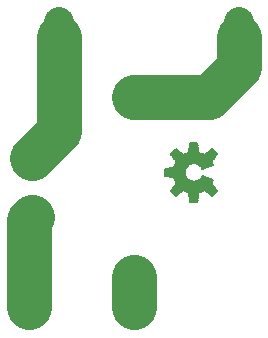
<source format=gbl>
G75*
%MOIN*%
%OFA0B0*%
%FSLAX24Y24*%
%IPPOS*%
%LPD*%
%AMOC8*
5,1,8,0,0,1.08239X$1,22.5*
%
%ADD10C,0.0700*%
%ADD11C,0.0740*%
%ADD12C,0.0059*%
%ADD13C,0.1000*%
%ADD14C,0.1500*%
D10*
X001356Y004566D02*
X002056Y004566D01*
X002056Y006534D02*
X001356Y006534D01*
D11*
X001600Y001550D03*
X005100Y001550D03*
X005100Y002550D03*
X005100Y008550D03*
D12*
X006494Y006826D02*
X006324Y006656D01*
X006526Y006409D01*
X006475Y006309D01*
X006441Y006202D01*
X006123Y006170D01*
X006123Y005930D01*
X006441Y005898D01*
X006475Y005791D01*
X006526Y005691D01*
X006324Y005444D01*
X006494Y005274D01*
X006741Y005476D01*
X006841Y005425D01*
X006948Y005391D01*
X006980Y005073D01*
X007220Y005073D01*
X007252Y005391D01*
X007359Y005425D01*
X007459Y005476D01*
X007706Y005274D01*
X007876Y005444D01*
X007674Y005691D01*
X007725Y005791D01*
X007384Y005932D01*
X007385Y005932D01*
X007384Y005932D02*
X007356Y005879D01*
X007318Y005832D01*
X007271Y005794D01*
X007218Y005766D01*
X007160Y005748D01*
X007100Y005742D01*
X007037Y005749D01*
X006977Y005768D01*
X006922Y005799D01*
X006875Y005841D01*
X006837Y005891D01*
X006810Y005948D01*
X006795Y006010D01*
X006793Y006073D01*
X006804Y006135D01*
X006828Y006194D01*
X006863Y006246D01*
X006908Y006290D01*
X006961Y006325D01*
X007020Y006347D01*
X007083Y006357D01*
X007146Y006354D01*
X007207Y006338D01*
X007264Y006310D01*
X007313Y006272D01*
X007354Y006223D01*
X007384Y006168D01*
X007725Y006309D01*
X007674Y006409D01*
X007876Y006656D01*
X007706Y006826D01*
X007459Y006624D01*
X007359Y006675D01*
X007252Y006709D01*
X007220Y007027D01*
X006980Y007027D01*
X006948Y006709D01*
X006841Y006675D01*
X006741Y006624D01*
X006494Y006826D01*
X006464Y006795D02*
X006531Y006795D01*
X006602Y006738D02*
X006406Y006738D01*
X006349Y006680D02*
X006672Y006680D01*
X006492Y006450D02*
X007708Y006450D01*
X007682Y006392D02*
X006518Y006392D01*
X006488Y006335D02*
X006988Y006335D01*
X006895Y006277D02*
X006465Y006277D01*
X006446Y006220D02*
X006845Y006220D01*
X006815Y006162D02*
X006123Y006162D01*
X006123Y006105D02*
X006799Y006105D01*
X006794Y006047D02*
X006123Y006047D01*
X006123Y005989D02*
X006800Y005989D01*
X006817Y005932D02*
X006123Y005932D01*
X006448Y005874D02*
X006849Y005874D01*
X006902Y005817D02*
X006467Y005817D01*
X006491Y005759D02*
X007005Y005759D01*
X007196Y005759D02*
X007709Y005759D01*
X007679Y005702D02*
X006521Y005702D01*
X006488Y005644D02*
X007712Y005644D01*
X007759Y005587D02*
X006441Y005587D01*
X006394Y005529D02*
X007806Y005529D01*
X007853Y005471D02*
X007464Y005471D01*
X007450Y005471D02*
X006750Y005471D01*
X006736Y005471D02*
X006347Y005471D01*
X006355Y005414D02*
X006665Y005414D01*
X006595Y005356D02*
X006412Y005356D01*
X006470Y005299D02*
X006524Y005299D01*
X006875Y005414D02*
X007325Y005414D01*
X007249Y005356D02*
X006951Y005356D01*
X006957Y005299D02*
X007243Y005299D01*
X007237Y005241D02*
X006963Y005241D01*
X006969Y005184D02*
X007231Y005184D01*
X007225Y005126D02*
X006975Y005126D01*
X007535Y005414D02*
X007845Y005414D01*
X007788Y005356D02*
X007605Y005356D01*
X007676Y005299D02*
X007730Y005299D01*
X007663Y005817D02*
X007298Y005817D01*
X007352Y005874D02*
X007524Y005874D01*
X007510Y006220D02*
X007356Y006220D01*
X007306Y006277D02*
X007649Y006277D01*
X007712Y006335D02*
X007214Y006335D01*
X007343Y006680D02*
X006857Y006680D01*
X006951Y006738D02*
X007249Y006738D01*
X007243Y006795D02*
X006957Y006795D01*
X006962Y006853D02*
X007238Y006853D01*
X007232Y006910D02*
X006968Y006910D01*
X006974Y006968D02*
X007226Y006968D01*
X007220Y007025D02*
X006980Y007025D01*
X007528Y006680D02*
X007851Y006680D01*
X007848Y006623D02*
X006352Y006623D01*
X006399Y006565D02*
X007801Y006565D01*
X007754Y006507D02*
X006446Y006507D01*
X007598Y006738D02*
X007794Y006738D01*
X007736Y006795D02*
X007669Y006795D01*
D13*
X008600Y010050D02*
X008600Y011050D01*
X002600Y011050D02*
X002600Y010050D01*
D14*
X002600Y010550D02*
X002600Y007428D01*
X001706Y006534D01*
X001706Y004566D02*
X001600Y004459D01*
X001600Y001550D01*
X005100Y001550D02*
X005100Y002550D01*
X005100Y008550D02*
X007600Y008550D01*
X008600Y009550D01*
X008600Y010550D01*
M02*

</source>
